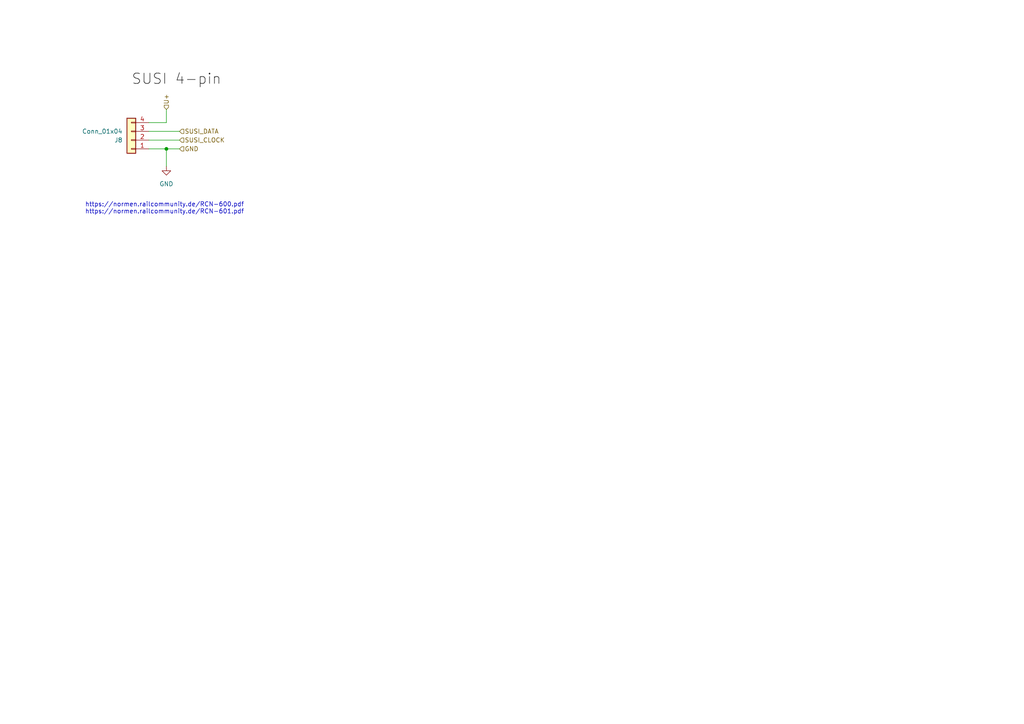
<source format=kicad_sch>
(kicad_sch (version 20231120) (generator "eeschema") (generator_version "7.99")
  (paper "A4")
  (lib_symbols
    (symbol "Connector_Generic:Conn_01x04" (pin_names (offset 1.016) hide)
      (property "Reference" "J" (at 0 5.08 0))
      (property "Value" "Conn_01x04" (at 0 -7.62 0))
      (symbol "Conn_01x04_1_1"
        (rectangle (start -1.27 -4.953) (end 0 -5.207) (stroke (width 0.1524)))
        (rectangle (start -1.27 -2.413) (end 0 -2.667) (stroke (width 0.1524)))
        (rectangle (start -1.27 0.127) (end 0 -0.127) (stroke (width 0.1524)))
        (rectangle (start -1.27 2.667) (end 0 2.413) (stroke (width 0.1524)))
        (rectangle (start -1.27 3.81) (end 1.27 -6.35) (stroke (width 0.254)) (fill (type background)))
        (pin passive line (at -5.08 2.54 0) (length 3.81) (name "Pin_1") (number "1"))
        (pin passive line (at -5.08 0 0) (length 3.81) (name "Pin_2") (number "2"))
        (pin passive line (at -5.08 -2.54 0) (length 3.81) (name "Pin_3") (number "3"))
        (pin passive line (at -5.08 -5.08 0) (length 3.81) (name "Pin_4") (number "4"))
      )
    )
    (symbol "power:GND" (power) (pin_names (offset 0))
      (property "Value" "GND" (at 0 -3.81 0))
      (symbol "GND_0_1"
        (polyline (pts (xy 0 0) (xy 0 -1.27) (xy 1.27 -1.27) (xy 0 -2.54) (xy -1.27 -1.27) (xy 0 -1.27)))
      )
      (symbol "GND_1_1"
        (pin power_in line (at 0 0 270) (length 0) hide (name "GND") (number "1"))
      )
    )
  )
  (junction (at 48.26 43.18))
  (wire (pts (xy 48.26 31.75) (xy 48.26 35.56)))
  (wire (pts (xy 48.26 43.18) (xy 48.26 48.26)))
  (wire (pts (xy 48.26 43.18) (xy 52.07 43.18)))
  (wire (pts (xy 52.07 38.1) (xy 43.18 38.1)))
  (wire (pts (xy 43.18 35.56) (xy 48.26 35.56)))
  (wire (pts (xy 52.07 40.64) (xy 43.18 40.64)))
  (wire (pts (xy 43.18 43.18) (xy 48.26 43.18)))
  (text "https://normen.railcommunity.de/RCN-600.pdf\nhttps://normen.railcommunity.de/RCN-601.pdf" (at 47.752 60.452 0) (effects (font (size 1.27 1.27))))
  (label "SUSI 4-pin" (at 38.1 25.4 0) (effects (font (size 3 3))))
  (hierarchical_label "SUSI_CLOCK" (shape input) (at 52.07 40.64 0))
  (hierarchical_label "U+" (shape input) (at 48.26 31.75 90))
  (hierarchical_label "GND" (shape input) (at 52.07 43.18 0))
  (hierarchical_label "SUSI_DATA" (shape input) (at 52.07 38.1 0))
  (symbol (lib_id "power:GND") (at 48.26 48.26 0) (unit 1)
    (property "Reference" "#PWR038" (effects (hide yes)))
    (property "Value" "GND" (at 48.26 53.34 0))
    (property "Description" "Power symbol creates a global label with name \"GND\" , ground" (effects (hide yes)))
  )
  (symbol (lib_id "Connector_Generic:Conn_01x04") (at 38.1 40.64 180) (unit 1)
    (property "Reference" "J8" (at 35.56 40.6401 0) (effects (justify left)))
    (property "Value" "Conn_01x04" (at 35.56 38.1001 0) (effects (justify left)))
    (property "Description" "Generic connector, single row, 01x04, script generated (kicad-library-utils/schlib/autogen/connector/)" (effects (hide yes)))
  )
)
</source>
